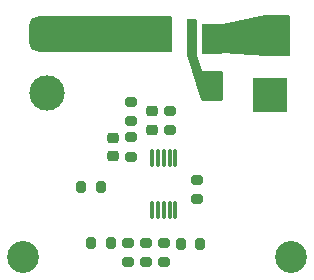
<source format=gbr>
%TF.GenerationSoftware,KiCad,Pcbnew,(6.0.1)*%
%TF.CreationDate,2023-03-26T21:04:13+08:00*%
%TF.ProjectId,Solenoid valve,536f6c65-6e6f-4696-9420-76616c76652e,rev?*%
%TF.SameCoordinates,Original*%
%TF.FileFunction,Soldermask,Bot*%
%TF.FilePolarity,Negative*%
%FSLAX46Y46*%
G04 Gerber Fmt 4.6, Leading zero omitted, Abs format (unit mm)*
G04 Created by KiCad (PCBNEW (6.0.1)) date 2023-03-26 21:04:13*
%MOMM*%
%LPD*%
G01*
G04 APERTURE LIST*
G04 Aperture macros list*
%AMRoundRect*
0 Rectangle with rounded corners*
0 $1 Rounding radius*
0 $2 $3 $4 $5 $6 $7 $8 $9 X,Y pos of 4 corners*
0 Add a 4 corners polygon primitive as box body*
4,1,4,$2,$3,$4,$5,$6,$7,$8,$9,$2,$3,0*
0 Add four circle primitives for the rounded corners*
1,1,$1+$1,$2,$3*
1,1,$1+$1,$4,$5*
1,1,$1+$1,$6,$7*
1,1,$1+$1,$8,$9*
0 Add four rect primitives between the rounded corners*
20,1,$1+$1,$2,$3,$4,$5,0*
20,1,$1+$1,$4,$5,$6,$7,0*
20,1,$1+$1,$6,$7,$8,$9,0*
20,1,$1+$1,$8,$9,$2,$3,0*%
G04 Aperture macros list end*
%ADD10R,1.800000X2.500000*%
%ADD11C,2.700000*%
%ADD12R,3.000000X3.000000*%
%ADD13C,3.000000*%
%ADD14RoundRect,0.750000X0.750000X-0.750000X0.750000X0.750000X-0.750000X0.750000X-0.750000X-0.750000X0*%
%ADD15RoundRect,0.200000X-0.275000X0.200000X-0.275000X-0.200000X0.275000X-0.200000X0.275000X0.200000X0*%
%ADD16RoundRect,0.225000X0.250000X-0.225000X0.250000X0.225000X-0.250000X0.225000X-0.250000X-0.225000X0*%
%ADD17RoundRect,0.200000X0.275000X-0.200000X0.275000X0.200000X-0.275000X0.200000X-0.275000X-0.200000X0*%
%ADD18RoundRect,0.200000X-0.200000X-0.275000X0.200000X-0.275000X0.200000X0.275000X-0.200000X0.275000X0*%
%ADD19RoundRect,0.200000X0.200000X0.275000X-0.200000X0.275000X-0.200000X-0.275000X0.200000X-0.275000X0*%
%ADD20RoundRect,0.075000X0.075000X-0.650000X0.075000X0.650000X-0.075000X0.650000X-0.075000X-0.650000X0*%
G04 APERTURE END LIST*
D10*
%TO.C,D2*%
X18201000Y16677000D03*
X18201000Y20677000D03*
%TD*%
D11*
%TO.C,H1*%
X2211000Y2147000D03*
%TD*%
D12*
%TO.C,J2*%
X23111000Y15927000D03*
D13*
X23111000Y20927000D03*
%TD*%
D11*
%TO.C,H2*%
X24861000Y2157000D03*
%TD*%
D13*
%TO.C,J3*%
X4211000Y16077000D03*
D14*
X4211000Y21077000D03*
%TD*%
D15*
%TO.C,R8*%
X12551000Y3382000D03*
X12551000Y1732000D03*
%TD*%
D16*
%TO.C,C2*%
X13071000Y12952000D03*
X13071000Y14502000D03*
%TD*%
D17*
%TO.C,R2*%
X11311000Y10657000D03*
X11311000Y12307000D03*
%TD*%
%TO.C,R1*%
X11311000Y13687000D03*
X11311000Y15337000D03*
%TD*%
%TO.C,R6*%
X14071000Y1742000D03*
X14071000Y3392000D03*
%TD*%
D18*
%TO.C,R10*%
X15516000Y3317000D03*
X17166000Y3317000D03*
%TD*%
D19*
%TO.C,R4*%
X9586000Y3377000D03*
X7936000Y3377000D03*
%TD*%
D18*
%TO.C,R12*%
X7126000Y8077000D03*
X8776000Y8077000D03*
%TD*%
D15*
%TO.C,R7*%
X16891000Y8712000D03*
X16891000Y7062000D03*
%TD*%
D17*
%TO.C,R9*%
X14591000Y12902000D03*
X14591000Y14552000D03*
%TD*%
%TO.C,R5*%
X11031000Y1732000D03*
X11031000Y3382000D03*
%TD*%
D16*
%TO.C,C1*%
X9791000Y10707000D03*
X9791000Y12257000D03*
%TD*%
D20*
%TO.C,U2*%
X15081000Y6197000D03*
X14581000Y6197000D03*
X14081000Y6197000D03*
X13581000Y6197000D03*
X13081000Y6197000D03*
X13081000Y10597000D03*
X13581000Y10597000D03*
X14081000Y10597000D03*
X14581000Y10597000D03*
X15081000Y10597000D03*
%TD*%
G36*
X14713026Y22556946D02*
G01*
X14759567Y22503332D01*
X14771000Y22450887D01*
X14771000Y19693000D01*
X14750998Y19624879D01*
X14697342Y19578386D01*
X14645000Y19567000D01*
X3737000Y19567000D01*
X3668879Y19587002D01*
X3622386Y19640658D01*
X3611000Y19693000D01*
X3611000Y22441113D01*
X3631002Y22509234D01*
X3684658Y22555727D01*
X3736887Y22567113D01*
X14644887Y22576887D01*
X14713026Y22556946D01*
G37*
G36*
X24763121Y22616998D02*
G01*
X24809614Y22563342D01*
X24821000Y22511000D01*
X24821000Y19353000D01*
X24800998Y19284879D01*
X24747342Y19238386D01*
X24695000Y19227000D01*
X22754465Y19227000D01*
X22747533Y19227191D01*
X19122729Y19426905D01*
X19119272Y19427000D01*
X17427000Y19427000D01*
X17358879Y19447002D01*
X17312386Y19500658D01*
X17301000Y19553000D01*
X17301000Y21801000D01*
X17321002Y21869121D01*
X17374658Y21915614D01*
X17427000Y21927000D01*
X19084807Y21927000D01*
X19097072Y21928208D01*
X22648832Y22634580D01*
X22673409Y22637000D01*
X24695000Y22637000D01*
X24763121Y22616998D01*
G37*
G36*
X16823121Y22306998D02*
G01*
X16869614Y22253342D01*
X16881000Y22201000D01*
X16881000Y19286520D01*
X16883828Y19267910D01*
X17295618Y17944299D01*
X17304419Y17931075D01*
X17313735Y17927000D01*
X18975000Y17927000D01*
X19043121Y17906998D01*
X19089614Y17853342D01*
X19101000Y17801000D01*
X19101000Y15553000D01*
X19080998Y15484879D01*
X19027342Y15438386D01*
X18975000Y15427000D01*
X17391890Y15427000D01*
X17323769Y15447002D01*
X17277276Y15500658D01*
X17272325Y15513248D01*
X16027435Y19257645D01*
X16021000Y19297397D01*
X16021000Y22201000D01*
X16041002Y22269121D01*
X16094658Y22315614D01*
X16147000Y22327000D01*
X16755000Y22327000D01*
X16823121Y22306998D01*
G37*
M02*

</source>
